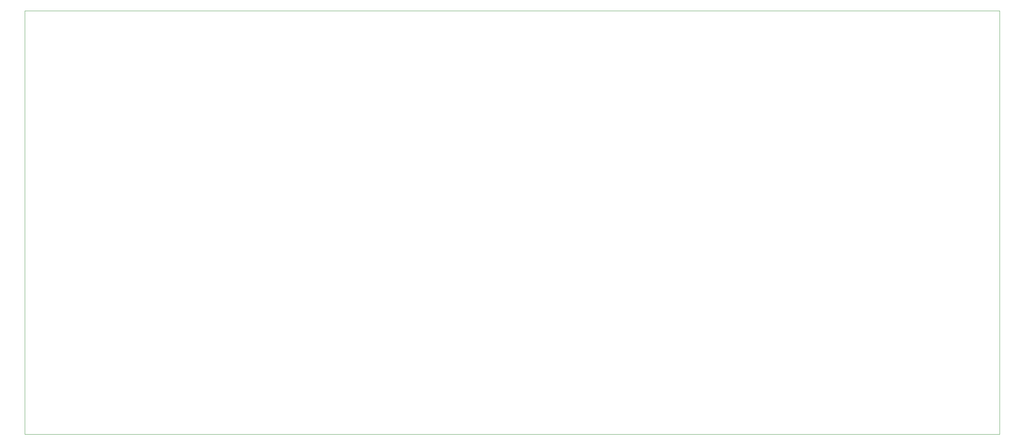
<source format=gm1>
G04 #@! TF.GenerationSoftware,KiCad,Pcbnew,8.0.1*
G04 #@! TF.CreationDate,2024-05-23T13:26:50+02:00*
G04 #@! TF.ProjectId,ShrackThingy,53687261-636b-4546-9869-6e67792e6b69,rev?*
G04 #@! TF.SameCoordinates,Original*
G04 #@! TF.FileFunction,Profile,NP*
%FSLAX46Y46*%
G04 Gerber Fmt 4.6, Leading zero omitted, Abs format (unit mm)*
G04 Created by KiCad (PCBNEW 8.0.1) date 2024-05-23 13:26:50*
%MOMM*%
%LPD*%
G01*
G04 APERTURE LIST*
G04 #@! TA.AperFunction,Profile*
%ADD10C,0.100000*%
G04 #@! TD*
G04 APERTURE END LIST*
D10*
X154750000Y-128250000D02*
X384750000Y-128250000D01*
X384750000Y-228250000D01*
X154750000Y-228250000D01*
X154750000Y-128250000D01*
M02*

</source>
